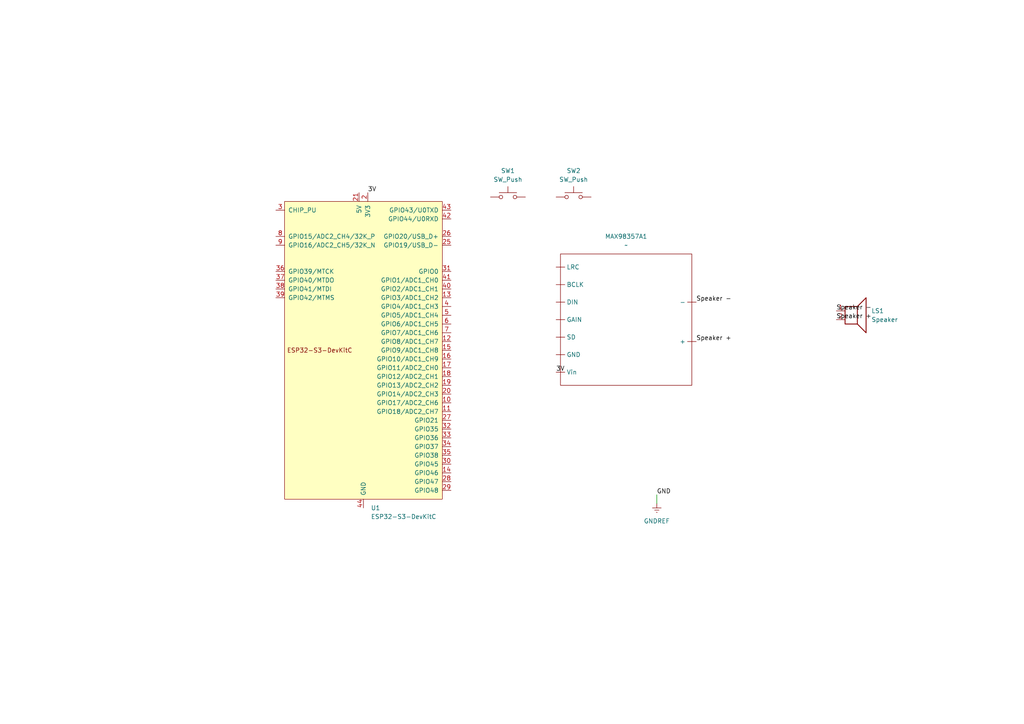
<source format=kicad_sch>
(kicad_sch (version 20250114) (generator "eeschema") (generator_version "9.0")
  (paper "A4")
  (lib_symbols
    (symbol "Device:Speaker" (pin_names (offset 0) (hide yes))
      (property "Reference" "LS" (at 1.27 5.715 0))
      (property "Value" "Speaker" (at 1.27 3.81 0))
      (symbol "Speaker_0_0"
        (rectangle (start -2.54 1.27) (end 1.016 -3.81) (stroke (width 0.254)))
        (polyline (pts (xy 1.016 1.27) (xy 3.556 3.81) (xy 3.556 -6.35) (xy 1.016 -3.81)) (stroke (width 0.254)))
      )
      (symbol "Speaker_1_1"
        (pin input line (at -5.08 0 0) (length 2.54) (name "1") (number "1"))
        (pin input line (at -5.08 -2.54 0) (length 2.54) (name "2") (number "2"))
      )
    )
    (symbol "New_Library:MAX98537A"
      (property "Reference" "MAX98357A" (at 0 0 0))
      (symbol "MAX98537A_0_1"
        (rectangle (start -19.05 20.32) (end 19.05 -17.78))
      )
      (symbol "MAX98537A_1_1"
        (pin input line (at -20.32 16.51 0) (length 2.54) (name "LRC") (number ""))
        (pin input line (at -20.32 11.43 0) (length 2.54) (name "BCLK") (number ""))
        (pin input line (at -20.32 6.35 0) (length 2.54) (name "DIN") (number ""))
        (pin input line (at -20.32 1.27 0) (length 2.54) (name "GAIN") (number ""))
        (pin input line (at -20.32 -3.81 0) (length 2.54) (name "SD") (number ""))
        (pin input line (at -20.32 -8.89 0) (length 2.54) (name "GND") (number ""))
        (pin input line (at -20.32 -13.97 0) (length 2.54) (name "Vin") (number ""))
        (pin output line (at 20.32 6.35 180) (length 2.54) (name "-") (number ""))
        (pin output line (at 20.32 -5.08 180) (length 2.54) (name "+") (number ""))
      )
    )
    (symbol "PCM_Espressif:ESP32-S3-DevKitC" (pin_names (offset 1.016))
      (property "Reference" "U" (at -22.86 48.26 0))
      (property "Value" "ESP32-S3-DevKitC" (at -22.86 45.72 0))
      (symbol "ESP32-S3-DevKitC_0_0"
        (text "ESP32-S3-DevKitC" (at -12.7 0 0) (effects (font (size 1.27 1.27))))
        (pin bidirectional line (at -25.4 15.24 0) (length 2.54) (name "GPIO42/MTMS") (number "39"))
        (pin power_in line (at 0 -45.72 90) (length 2.54) (name "GND") (number "44"))
        (pin bidirectional line (at 25.4 40.64 180) (length 2.54) (name "GPIO43/U0TXD") (number "43"))
        (pin bidirectional line (at 25.4 38.1 180) (length 2.54) (name "GPIO44/U0RXD") (number "42"))
        (pin bidirectional line (at 25.4 20.32 180) (length 2.54) (name "GPIO1/ADC1_CH0") (number "41"))
        (pin bidirectional line (at 25.4 17.78 180) (length 2.54) (name "GPIO2/ADC1_CH1") (number "40"))
        (pin bidirectional line (at 25.4 -10.16 180) (length 2.54) (name "GPIO13/ADC2_CH2") (number "19"))
        (pin bidirectional line (at 25.4 -35.56 180) (length 2.54) (name "GPIO46") (number "14"))
      )
      (symbol "ESP32-S3-DevKitC_0_1"
        (rectangle (start -22.86 43.18) (end 22.86 -43.18) (fill (type background)))
        (pin power_in line (at 1.27 45.72 270) (length 2.54) (name "3V3") (number "2"))
      )
      (symbol "ESP32-S3-DevKitC_1_1"
        (pin input line (at -25.4 40.64 0) (length 2.54) (name "CHIP_PU") (number "3"))
        (pin bidirectional line (at -25.4 33.02 0) (length 2.54) (name "GPIO15/ADC2_CH4/32K_P") (number "8"))
        (pin bidirectional line (at -25.4 30.48 0) (length 2.54) (name "GPIO16/ADC2_CH5/32K_N") (number "9"))
        (pin bidirectional line (at -25.4 22.86 0) (length 2.54) (name "GPIO39/MTCK") (number "36"))
        (pin bidirectional line (at -25.4 20.32 0) (length 2.54) (name "GPIO40/MTDO") (number "37"))
        (pin bidirectional line (at -25.4 17.78 0) (length 2.54) (name "GPIO41/MTDI") (number "38"))
        (pin power_in line (at -1.27 45.72 270) (length 2.54) (name "5V") (number "21"))
        (pin passive line (at 0 -45.72 90) (length 2.54) (hide yes) (name "GND") (number "22"))
        (pin passive line (at 0 -45.72 90) (length 2.54) (hide yes) (name "GND") (number "23"))
        (pin passive line (at 0 -45.72 90) (length 2.54) (hide yes) (name "GND") (number "24"))
        (pin passive line (at 1.27 45.72 270) (length 2.54) (hide yes) (name "3V3") (number "1"))
        (pin bidirectional line (at 25.4 33.02 180) (length 2.54) (name "GPIO20/USB_D+") (number "26"))
        (pin bidirectional line (at 25.4 30.48 180) (length 2.54) (name "GPIO19/USB_D-") (number "25"))
        (pin bidirectional line (at 25.4 22.86 180) (length 2.54) (name "GPIO0") (number "31"))
        (pin bidirectional line (at 25.4 15.24 180) (length 2.54) (name "GPIO3/ADC1_CH2") (number "13"))
        (pin bidirectional line (at 25.4 12.7 180) (length 2.54) (name "GPIO4/ADC1_CH3") (number "4"))
        (pin bidirectional line (at 25.4 10.16 180) (length 2.54) (name "GPIO5/ADC1_CH4") (number "5"))
        (pin bidirectional line (at 25.4 7.62 180) (length 2.54) (name "GPIO6/ADC1_CH5") (number "6"))
        (pin bidirectional line (at 25.4 5.08 180) (length 2.54) (name "GPIO7/ADC1_CH6") (number "7"))
        (pin bidirectional line (at 25.4 2.54 180) (length 2.54) (name "GPIO8/ADC1_CH7") (number "12"))
        (pin bidirectional line (at 25.4 0 180) (length 2.54) (name "GPIO9/ADC1_CH8") (number "15"))
        (pin bidirectional line (at 25.4 -2.54 180) (length 2.54) (name "GPIO10/ADC1_CH9") (number "16"))
        (pin bidirectional line (at 25.4 -5.08 180) (length 2.54) (name "GPIO11/ADC2_CH0") (number "17"))
        (pin bidirectional line (at 25.4 -7.62 180) (length 2.54) (name "GPIO12/ADC2_CH1") (number "18"))
        (pin bidirectional line (at 25.4 -12.7 180) (length 2.54) (name "GPIO14/ADC2_CH3") (number "20"))
        (pin bidirectional line (at 25.4 -15.24 180) (length 2.54) (name "GPIO17/ADC2_CH6") (number "10"))
        (pin bidirectional line (at 25.4 -17.78 180) (length 2.54) (name "GPIO18/ADC2_CH7") (number "11"))
        (pin bidirectional line (at 25.4 -20.32 180) (length 2.54) (name "GPIO21") (number "27"))
        (pin bidirectional line (at 25.4 -22.86 180) (length 2.54) (name "GPIO35") (number "32"))
        (pin bidirectional line (at 25.4 -25.4 180) (length 2.54) (name "GPIO36") (number "33"))
        (pin bidirectional line (at 25.4 -27.94 180) (length 2.54) (name "GPIO37") (number "34"))
        (pin bidirectional line (at 25.4 -30.48 180) (length 2.54) (name "GPIO38") (number "35"))
        (pin bidirectional line (at 25.4 -33.02 180) (length 2.54) (name "GPIO45") (number "30"))
        (pin bidirectional line (at 25.4 -38.1 180) (length 2.54) (name "GPIO47") (number "28"))
        (pin bidirectional line (at 25.4 -40.64 180) (length 2.54) (name "GPIO48") (number "29"))
      )
    )
    (symbol "Switch:SW_Push" (pin_numbers (hide yes)) (pin_names (offset 1.016) (hide yes))
      (property "Reference" "SW" (at 1.27 2.54 0))
      (property "Value" "SW_Push" (at 0 -1.524 0))
      (symbol "SW_Push_0_1"
        (circle (center -2.032 0) (radius 0.508))
        (polyline (pts (xy 0 1.27) (xy 0 3.048)))
        (circle (center 2.032 0) (radius 0.508))
        (polyline (pts (xy 2.54 1.27) (xy -2.54 1.27)))
        (pin passive line (at -5.08 0 0) (length 2.54) (name "1") (number "1"))
        (pin passive line (at 5.08 0 180) (length 2.54) (name "2") (number "2"))
      )
    )
    (symbol "power:GNDREF" (power) (pin_numbers (hide yes)) (pin_names (offset 0) (hide yes))
      (property "Value" "GNDREF" (at 0 -3.81 0))
      (symbol "GNDREF_0_1"
        (polyline (pts (xy -0.635 -1.905) (xy 0.635 -1.905)))
        (polyline (pts (xy -0.127 -2.54) (xy 0.127 -2.54)))
        (polyline (pts (xy 0 -1.27) (xy 0 0)))
        (polyline (pts (xy 1.27 -1.27) (xy -1.27 -1.27)))
      )
      (symbol "GNDREF_1_1"
        (pin power_in line (at 0 0 270) (length 0) (name "~") (number "1"))
      )
    )
  )
  (wire (pts (xy 190.5 143.51) (xy 190.5 146.05)))
  (label "3V" (at 106.68 55.88 0))
  (label "3V" (at 161.29 107.95 0))
  (label "GND" (at 190.5 143.51 0))
  (label "Speaker +" (at 242.57 92.71 0))
  (label "Speaker -" (at 201.93 87.63 0))
  (label "Speaker -" (at 242.57 90.17 0))
  (label "Speaker +" (at 201.93 99.06 0))
  (symbol (lib_id "Device:Speaker") (at 247.65 90.17 0) (unit 1)
    (property "Reference" "LS1" (at 252.73 90.1699 0) (effects (justify left)))
    (property "Value" "Speaker" (at 252.73 92.7099 0) (effects (justify left)))
    (property "Description" "Speaker" (effects (hide yes)))
  )
  (symbol (lib_id "PCM_Espressif:ESP32-S3-DevKitC") (at 105.41 101.6 0) (unit 1)
    (property "Reference" "U1" (at 107.5533 147.32 0) (effects (justify left)))
    (property "Value" "ESP32-S3-DevKitC" (at 107.5533 149.86 0) (effects (justify left)))
    (property "Footprint" "PCM_Espressif:ESP32-S3-DevKitC" (effects (hide yes)))
    (property "Description" "ESP32-S3-DevKitC" (effects (hide yes)))
  )
  (symbol (lib_id "New_Library:MAX98537A") (at 181.61 93.98 0) (unit 1)
    (property "Reference" "MAX98357A1" (at 181.61 68.58 0))
    (property "Value" "~" (at 181.61 71.12 0))
  )
  (symbol (lib_id "power:GNDREF") (at 190.5 146.05 0) (unit 1)
    (property "Reference" "#PWR01" (effects (hide yes)))
    (property "Value" "GNDREF" (at 190.5 151.13 0))
    (property "Description" "Power symbol creates a global label with name \"GNDREF\" , reference supply ground" (effects (hide yes)))
  )
  (symbol (lib_id "Switch:SW_Push") (at 166.37 57.15 0) (unit 1)
    (property "Reference" "SW2" (at 166.37 49.53 0))
    (property "Value" "SW_Push" (at 166.37 52.07 0))
    (property "Description" "Push button switch, generic, two pins" (effects (hide yes)))
  )
  (symbol (lib_id "Switch:SW_Push") (at 147.32 57.15 0) (unit 1)
    (property "Reference" "SW1" (at 147.32 49.53 0))
    (property "Value" "SW_Push" (at 147.32 52.07 0))
    (property "Description" "Push button switch, generic, two pins" (effects (hide yes)))
  )
)
</source>
